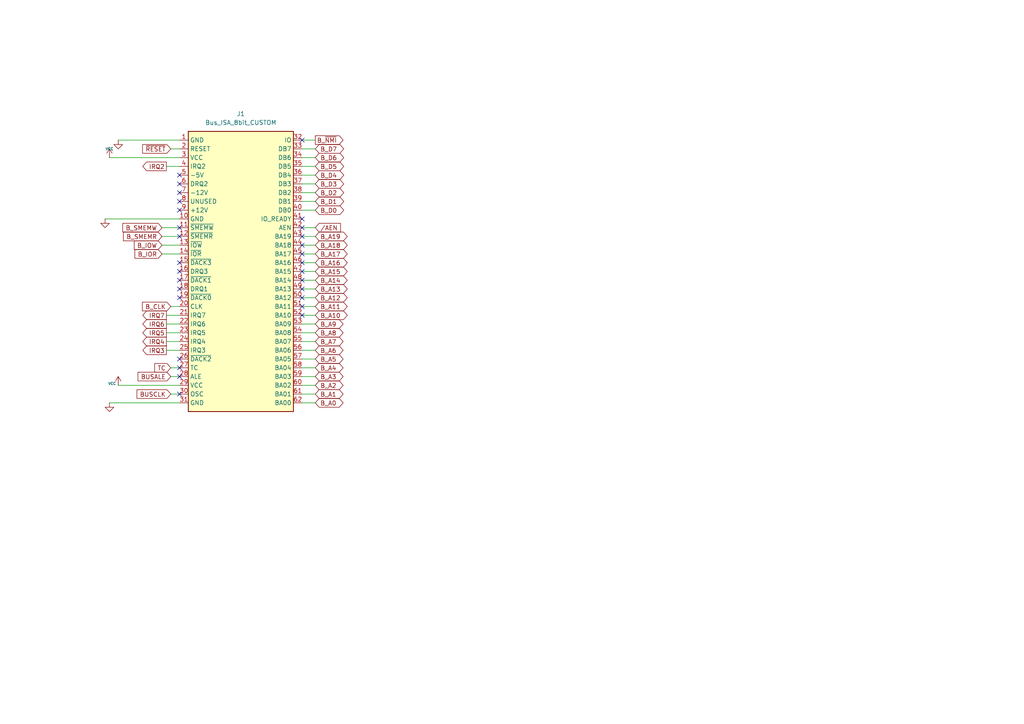
<source format=kicad_sch>
(kicad_sch
	(version 20231120)
	(generator "eeschema")
	(generator_version "8.0")
	(uuid "29e5c348-d3dd-4246-805b-9c1d0e75f17f")
	(paper "A4")
	(title_block
		(title "ISA MULTI IO ")
		(date "2025-05-31")
		(rev "v1")
		(company "DAN WERNER")
	)
	(lib_symbols
		(symbol "Custom:Bus_ISA_8bit_CUSTOM"
			(exclude_from_sim no)
			(in_bom yes)
			(on_board yes)
			(property "Reference" "J"
				(at 0 42.545 0)
				(effects
					(font
						(size 1.27 1.27)
					)
				)
			)
			(property "Value" "Bus_ISA_8bit_CUSTOM"
				(at 0 -42.545 0)
				(effects
					(font
						(size 1.27 1.27)
					)
				)
			)
			(property "Footprint" ""
				(at 0 0 0)
				(effects
					(font
						(size 1.27 1.27)
					)
					(hide yes)
				)
			)
			(property "Datasheet" "https://en.wikipedia.org/wiki/Industry_Standard_Architecture"
				(at 0 0 0)
				(effects
					(font
						(size 1.27 1.27)
					)
					(hide yes)
				)
			)
			(property "Description" "8-bit ISA-PC bus connector"
				(at 0 0 0)
				(effects
					(font
						(size 1.27 1.27)
					)
					(hide yes)
				)
			)
			(property "ki_keywords" "ISA"
				(at 0 0 0)
				(effects
					(font
						(size 1.27 1.27)
					)
					(hide yes)
				)
			)
			(symbol "Bus_ISA_8bit_CUSTOM_0_1"
				(rectangle
					(start -15.24 -40.64)
					(end 15.24 40.64)
					(stroke
						(width 0.254)
						(type default)
					)
					(fill
						(type background)
					)
				)
			)
			(symbol "Bus_ISA_8bit_CUSTOM_1_1"
				(pin power_in line
					(at -17.78 38.1 0)
					(length 2.54)
					(name "GND"
						(effects
							(font
								(size 1.27 1.27)
							)
						)
					)
					(number "1"
						(effects
							(font
								(size 1.27 1.27)
							)
						)
					)
				)
				(pin power_in line
					(at -17.78 15.24 0)
					(length 2.54)
					(name "GND"
						(effects
							(font
								(size 1.27 1.27)
							)
						)
					)
					(number "10"
						(effects
							(font
								(size 1.27 1.27)
							)
						)
					)
				)
				(pin bidirectional line
					(at -17.78 12.7 0)
					(length 2.54)
					(name "~{SMEMW}"
						(effects
							(font
								(size 1.27 1.27)
							)
						)
					)
					(number "11"
						(effects
							(font
								(size 1.27 1.27)
							)
						)
					)
				)
				(pin bidirectional line
					(at -17.78 10.16 0)
					(length 2.54)
					(name "~{SMEMR}"
						(effects
							(font
								(size 1.27 1.27)
							)
						)
					)
					(number "12"
						(effects
							(font
								(size 1.27 1.27)
							)
						)
					)
				)
				(pin bidirectional line
					(at -17.78 7.62 0)
					(length 2.54)
					(name "~{IOW}"
						(effects
							(font
								(size 1.27 1.27)
							)
						)
					)
					(number "13"
						(effects
							(font
								(size 1.27 1.27)
							)
						)
					)
				)
				(pin bidirectional line
					(at -17.78 5.08 0)
					(length 2.54)
					(name "~{IOR}"
						(effects
							(font
								(size 1.27 1.27)
							)
						)
					)
					(number "14"
						(effects
							(font
								(size 1.27 1.27)
							)
						)
					)
				)
				(pin passive line
					(at -17.78 2.54 0)
					(length 2.54)
					(name "~{DACK3}"
						(effects
							(font
								(size 1.27 1.27)
							)
						)
					)
					(number "15"
						(effects
							(font
								(size 1.27 1.27)
							)
						)
					)
				)
				(pin passive line
					(at -17.78 0 0)
					(length 2.54)
					(name "DRQ3"
						(effects
							(font
								(size 1.27 1.27)
							)
						)
					)
					(number "16"
						(effects
							(font
								(size 1.27 1.27)
							)
						)
					)
				)
				(pin passive line
					(at -17.78 -2.54 0)
					(length 2.54)
					(name "~{DACK1}"
						(effects
							(font
								(size 1.27 1.27)
							)
						)
					)
					(number "17"
						(effects
							(font
								(size 1.27 1.27)
							)
						)
					)
				)
				(pin passive line
					(at -17.78 -5.08 0)
					(length 2.54)
					(name "DRQ1"
						(effects
							(font
								(size 1.27 1.27)
							)
						)
					)
					(number "18"
						(effects
							(font
								(size 1.27 1.27)
							)
						)
					)
				)
				(pin passive line
					(at -17.78 -7.62 0)
					(length 2.54)
					(name "~{DACK0}"
						(effects
							(font
								(size 1.27 1.27)
							)
						)
					)
					(number "19"
						(effects
							(font
								(size 1.27 1.27)
							)
						)
					)
				)
				(pin passive line
					(at -17.78 35.56 0)
					(length 2.54)
					(name "RESET"
						(effects
							(font
								(size 1.27 1.27)
							)
						)
					)
					(number "2"
						(effects
							(font
								(size 1.27 1.27)
							)
						)
					)
				)
				(pin bidirectional line
					(at -17.78 -10.16 0)
					(length 2.54)
					(name "CLK"
						(effects
							(font
								(size 1.27 1.27)
							)
						)
					)
					(number "20"
						(effects
							(font
								(size 1.27 1.27)
							)
						)
					)
				)
				(pin passive line
					(at -17.78 -12.7 0)
					(length 2.54)
					(name "IRQ7"
						(effects
							(font
								(size 1.27 1.27)
							)
						)
					)
					(number "21"
						(effects
							(font
								(size 1.27 1.27)
							)
						)
					)
				)
				(pin passive line
					(at -17.78 -15.24 0)
					(length 2.54)
					(name "IRQ6"
						(effects
							(font
								(size 1.27 1.27)
							)
						)
					)
					(number "22"
						(effects
							(font
								(size 1.27 1.27)
							)
						)
					)
				)
				(pin passive line
					(at -17.78 -17.78 0)
					(length 2.54)
					(name "IRQ5"
						(effects
							(font
								(size 1.27 1.27)
							)
						)
					)
					(number "23"
						(effects
							(font
								(size 1.27 1.27)
							)
						)
					)
				)
				(pin passive line
					(at -17.78 -20.32 0)
					(length 2.54)
					(name "IRQ4"
						(effects
							(font
								(size 1.27 1.27)
							)
						)
					)
					(number "24"
						(effects
							(font
								(size 1.27 1.27)
							)
						)
					)
				)
				(pin passive line
					(at -17.78 -22.86 0)
					(length 2.54)
					(name "IRQ3"
						(effects
							(font
								(size 1.27 1.27)
							)
						)
					)
					(number "25"
						(effects
							(font
								(size 1.27 1.27)
							)
						)
					)
				)
				(pin passive line
					(at -17.78 -25.4 0)
					(length 2.54)
					(name "~{DACK2}"
						(effects
							(font
								(size 1.27 1.27)
							)
						)
					)
					(number "26"
						(effects
							(font
								(size 1.27 1.27)
							)
						)
					)
				)
				(pin passive line
					(at -17.78 -27.94 0)
					(length 2.54)
					(name "TC"
						(effects
							(font
								(size 1.27 1.27)
							)
						)
					)
					(number "27"
						(effects
							(font
								(size 1.27 1.27)
							)
						)
					)
				)
				(pin bidirectional line
					(at -17.78 -30.48 0)
					(length 2.54)
					(name "ALE"
						(effects
							(font
								(size 1.27 1.27)
							)
						)
					)
					(number "28"
						(effects
							(font
								(size 1.27 1.27)
							)
						)
					)
				)
				(pin power_in line
					(at -17.78 -33.02 0)
					(length 2.54)
					(name "VCC"
						(effects
							(font
								(size 1.27 1.27)
							)
						)
					)
					(number "29"
						(effects
							(font
								(size 1.27 1.27)
							)
						)
					)
				)
				(pin power_in line
					(at -17.78 33.02 0)
					(length 2.54)
					(name "VCC"
						(effects
							(font
								(size 1.27 1.27)
							)
						)
					)
					(number "3"
						(effects
							(font
								(size 1.27 1.27)
							)
						)
					)
				)
				(pin passive line
					(at -17.78 -35.56 0)
					(length 2.54)
					(name "OSC"
						(effects
							(font
								(size 1.27 1.27)
							)
						)
					)
					(number "30"
						(effects
							(font
								(size 1.27 1.27)
							)
						)
					)
				)
				(pin power_in line
					(at -17.78 -38.1 0)
					(length 2.54)
					(name "GND"
						(effects
							(font
								(size 1.27 1.27)
							)
						)
					)
					(number "31"
						(effects
							(font
								(size 1.27 1.27)
							)
						)
					)
				)
				(pin passive line
					(at 17.78 38.1 180)
					(length 2.54)
					(name "IO"
						(effects
							(font
								(size 1.27 1.27)
							)
						)
					)
					(number "32"
						(effects
							(font
								(size 1.27 1.27)
							)
						)
					)
				)
				(pin tri_state line
					(at 17.78 35.56 180)
					(length 2.54)
					(name "DB7"
						(effects
							(font
								(size 1.27 1.27)
							)
						)
					)
					(number "33"
						(effects
							(font
								(size 1.27 1.27)
							)
						)
					)
				)
				(pin tri_state line
					(at 17.78 33.02 180)
					(length 2.54)
					(name "DB6"
						(effects
							(font
								(size 1.27 1.27)
							)
						)
					)
					(number "34"
						(effects
							(font
								(size 1.27 1.27)
							)
						)
					)
				)
				(pin tri_state line
					(at 17.78 30.48 180)
					(length 2.54)
					(name "DB5"
						(effects
							(font
								(size 1.27 1.27)
							)
						)
					)
					(number "35"
						(effects
							(font
								(size 1.27 1.27)
							)
						)
					)
				)
				(pin tri_state line
					(at 17.78 27.94 180)
					(length 2.54)
					(name "DB4"
						(effects
							(font
								(size 1.27 1.27)
							)
						)
					)
					(number "36"
						(effects
							(font
								(size 1.27 1.27)
							)
						)
					)
				)
				(pin tri_state line
					(at 17.78 25.4 180)
					(length 2.54)
					(name "DB3"
						(effects
							(font
								(size 1.27 1.27)
							)
						)
					)
					(number "37"
						(effects
							(font
								(size 1.27 1.27)
							)
						)
					)
				)
				(pin tri_state line
					(at 17.78 22.86 180)
					(length 2.54)
					(name "DB2"
						(effects
							(font
								(size 1.27 1.27)
							)
						)
					)
					(number "38"
						(effects
							(font
								(size 1.27 1.27)
							)
						)
					)
				)
				(pin tri_state line
					(at 17.78 20.32 180)
					(length 2.54)
					(name "DB1"
						(effects
							(font
								(size 1.27 1.27)
							)
						)
					)
					(number "39"
						(effects
							(font
								(size 1.27 1.27)
							)
						)
					)
				)
				(pin passive line
					(at -17.78 30.48 0)
					(length 2.54)
					(name "IRQ2"
						(effects
							(font
								(size 1.27 1.27)
							)
						)
					)
					(number "4"
						(effects
							(font
								(size 1.27 1.27)
							)
						)
					)
				)
				(pin tri_state line
					(at 17.78 17.78 180)
					(length 2.54)
					(name "DB0"
						(effects
							(font
								(size 1.27 1.27)
							)
						)
					)
					(number "40"
						(effects
							(font
								(size 1.27 1.27)
							)
						)
					)
				)
				(pin passive line
					(at 17.78 15.24 180)
					(length 2.54)
					(name "IO_READY"
						(effects
							(font
								(size 1.27 1.27)
							)
						)
					)
					(number "41"
						(effects
							(font
								(size 1.27 1.27)
							)
						)
					)
				)
				(pin output line
					(at 17.78 12.7 180)
					(length 2.54)
					(name "AEN"
						(effects
							(font
								(size 1.27 1.27)
							)
						)
					)
					(number "42"
						(effects
							(font
								(size 1.27 1.27)
							)
						)
					)
				)
				(pin tri_state line
					(at 17.78 10.16 180)
					(length 2.54)
					(name "BA19"
						(effects
							(font
								(size 1.27 1.27)
							)
						)
					)
					(number "43"
						(effects
							(font
								(size 1.27 1.27)
							)
						)
					)
				)
				(pin tri_state line
					(at 17.78 7.62 180)
					(length 2.54)
					(name "BA18"
						(effects
							(font
								(size 1.27 1.27)
							)
						)
					)
					(number "44"
						(effects
							(font
								(size 1.27 1.27)
							)
						)
					)
				)
				(pin tri_state line
					(at 17.78 5.08 180)
					(length 2.54)
					(name "BA17"
						(effects
							(font
								(size 1.27 1.27)
							)
						)
					)
					(number "45"
						(effects
							(font
								(size 1.27 1.27)
							)
						)
					)
				)
				(pin tri_state line
					(at 17.78 2.54 180)
					(length 2.54)
					(name "BA16"
						(effects
							(font
								(size 1.27 1.27)
							)
						)
					)
					(number "46"
						(effects
							(font
								(size 1.27 1.27)
							)
						)
					)
				)
				(pin tri_state line
					(at 17.78 0 180)
					(length 2.54)
					(name "BA15"
						(effects
							(font
								(size 1.27 1.27)
							)
						)
					)
					(number "47"
						(effects
							(font
								(size 1.27 1.27)
							)
						)
					)
				)
				(pin tri_state line
					(at 17.78 -2.54 180)
					(length 2.54)
					(name "BA14"
						(effects
							(font
								(size 1.27 1.27)
							)
						)
					)
					(number "48"
						(effects
							(font
								(size 1.27 1.27)
							)
						)
					)
				)
				(pin tri_state line
					(at 17.78 -5.08 180)
					(length 2.54)
					(name "BA13"
						(effects
							(font
								(size 1.27 1.27)
							)
						)
					)
					(number "49"
						(effects
							(font
								(size 1.27 1.27)
							)
						)
					)
				)
				(pin power_in line
					(at -17.78 27.94 0)
					(length 2.54)
					(name "-5V"
						(effects
							(font
								(size 1.27 1.27)
							)
						)
					)
					(number "5"
						(effects
							(font
								(size 1.27 1.27)
							)
						)
					)
				)
				(pin tri_state line
					(at 17.78 -7.62 180)
					(length 2.54)
					(name "BA12"
						(effects
							(font
								(size 1.27 1.27)
							)
						)
					)
					(number "50"
						(effects
							(font
								(size 1.27 1.27)
							)
						)
					)
				)
				(pin tri_state line
					(at 17.78 -10.16 180)
					(length 2.54)
					(name "BA11"
						(effects
							(font
								(size 1.27 1.27)
							)
						)
					)
					(number "51"
						(effects
							(font
								(size 1.27 1.27)
							)
						)
					)
				)
				(pin tri_state line
					(at 17.78 -12.7 180)
					(length 2.54)
					(name "BA10"
						(effects
							(font
								(size 1.27 1.27)
							)
						)
					)
					(number "52"
						(effects
							(font
								(size 1.27 1.27)
							)
						)
					)
				)
				(pin tri_state line
					(at 17.78 -15.24 180)
					(length 2.54)
					(name "BA09"
						(effects
							(font
								(size 1.27 1.27)
							)
						)
					)
					(number "53"
						(effects
							(font
								(size 1.27 1.27)
							)
						)
					)
				)
				(pin tri_state line
					(at 17.78 -17.78 180)
					(length 2.54)
					(name "BA08"
						(effects
							(font
								(size 1.27 1.27)
							)
						)
					)
					(number "54"
						(effects
							(font
								(size 1.27 1.27)
							)
						)
					)
				)
				(pin tri_state line
					(at 17.78 -20.32 180)
					(length 2.54)
					(name "BA07"
						(effects
							(font
								(size 1.27 1.27)
							)
						)
					)
					(number "55"
						(effects
							(font
								(size 1.27 1.27)
							)
						)
					)
				)
				(pin tri_state line
					(at 17.78 -22.86 180)
					(length 2.54)
					(name "BA06"
						(effects
							(font
								(size 1.27 1.27)
							)
						)
					)
					(number "56"
						(effects
							(font
								(size 1.27 1.27)
							)
						)
					)
				)
				(pin tri_state line
					(at 17.78 -25.4 180)
					(length 2.54)
					(name "BA05"
						(effects
							(font
								(size 1.27 1.27)
							)
						)
					)
					(number "57"
						(effects
							(font
								(size 1.27 1.27)
							)
						)
					)
				)
				(pin tri_state line
					(at 17.78 -27.94 180)
					(length 2.54)
					(name "BA04"
						(effects
							(font
								(size 1.27 1.27)
							)
						)
					)
					(number "58"
						(effects
							(font
								(size 1.27 1.27)
							)
						)
					)
				)
				(pin tri_state line
					(at 17.78 -30.48 180)
					(length 2.54)
					(name "BA03"
						(effects
							(font
								(size 1.27 1.27)
							)
						)
					)
					(number "59"
						(effects
							(font
								(size 1.27 1.27)
							)
						)
					)
				)
				(pin passive line
					(at -17.78 25.4 0)
					(length 2.54)
					(name "DRQ2"
						(effects
							(font
								(size 1.27 1.27)
							)
						)
					)
					(number "6"
						(effects
							(font
								(size 1.27 1.27)
							)
						)
					)
				)
				(pin tri_state line
					(at 17.78 -33.02 180)
					(length 2.54)
					(name "BA02"
						(effects
							(font
								(size 1.27 1.27)
							)
						)
					)
					(number "60"
						(effects
							(font
								(size 1.27 1.27)
							)
						)
					)
				)
				(pin tri_state line
					(at 17.78 -35.56 180)
					(length 2.54)
					(name "BA01"
						(effects
							(font
								(size 1.27 1.27)
							)
						)
					)
					(number "61"
						(effects
							(font
								(size 1.27 1.27)
							)
						)
					)
				)
				(pin tri_state line
					(at 17.78 -38.1 180)
					(length 2.54)
					(name "BA00"
						(effects
							(font
								(size 1.27 1.27)
							)
						)
					)
					(number "62"
						(effects
							(font
								(size 1.27 1.27)
							)
						)
					)
				)
				(pin power_in line
					(at -17.78 22.86 0)
					(length 2.54)
					(name "-12V"
						(effects
							(font
								(size 1.27 1.27)
							)
						)
					)
					(number "7"
						(effects
							(font
								(size 1.27 1.27)
							)
						)
					)
				)
				(pin passive line
					(at -17.78 20.32 0)
					(length 2.54)
					(name "UNUSED"
						(effects
							(font
								(size 1.27 1.27)
							)
						)
					)
					(number "8"
						(effects
							(font
								(size 1.27 1.27)
							)
						)
					)
				)
				(pin power_in line
					(at -17.78 17.78 0)
					(length 2.54)
					(name "+12V"
						(effects
							(font
								(size 1.27 1.27)
							)
						)
					)
					(number "9"
						(effects
							(font
								(size 1.27 1.27)
							)
						)
					)
				)
			)
		)
		(symbol "power:GND"
			(power)
			(pin_numbers hide)
			(pin_names
				(offset 0) hide)
			(exclude_from_sim no)
			(in_bom yes)
			(on_board yes)
			(property "Reference" "#PWR"
				(at 0 -6.35 0)
				(effects
					(font
						(size 1.27 1.27)
					)
					(hide yes)
				)
			)
			(property "Value" "GND"
				(at 0 -3.81 0)
				(effects
					(font
						(size 1.27 1.27)
					)
				)
			)
			(property "Footprint" ""
				(at 0 0 0)
				(effects
					(font
						(size 1.27 1.27)
					)
					(hide yes)
				)
			)
			(property "Datasheet" ""
				(at 0 0 0)
				(effects
					(font
						(size 1.27 1.27)
					)
					(hide yes)
				)
			)
			(property "Description" "Power symbol creates a global label with name \"GND\" , ground"
				(at 0 0 0)
				(effects
					(font
						(size 1.27 1.27)
					)
					(hide yes)
				)
			)
			(property "ki_keywords" "global power"
				(at 0 0 0)
				(effects
					(font
						(size 1.27 1.27)
					)
					(hide yes)
				)
			)
			(symbol "GND_0_1"
				(polyline
					(pts
						(xy 0 0) (xy 0 -1.27) (xy 1.27 -1.27) (xy 0 -2.54) (xy -1.27 -1.27) (xy 0 -1.27)
					)
					(stroke
						(width 0)
						(type default)
					)
					(fill
						(type none)
					)
				)
			)
			(symbol "GND_1_1"
				(pin power_in line
					(at 0 0 270)
					(length 0)
					(name "~"
						(effects
							(font
								(size 1.27 1.27)
							)
						)
					)
					(number "1"
						(effects
							(font
								(size 1.27 1.27)
							)
						)
					)
				)
			)
		)
		(symbol "power:VCC"
			(power)
			(pin_numbers hide)
			(pin_names
				(offset 0) hide)
			(exclude_from_sim no)
			(in_bom yes)
			(on_board yes)
			(property "Reference" "#PWR"
				(at 0 -3.81 0)
				(effects
					(font
						(size 1.27 1.27)
					)
					(hide yes)
				)
			)
			(property "Value" "VCC"
				(at 0 3.556 0)
				(effects
					(font
						(size 1.27 1.27)
					)
				)
			)
			(property "Footprint" ""
				(at 0 0 0)
				(effects
					(font
						(size 1.27 1.27)
					)
					(hide yes)
				)
			)
			(property "Datasheet" ""
				(at 0 0 0)
				(effects
					(font
						(size 1.27 1.27)
					)
					(hide yes)
				)
			)
			(property "Description" "Power symbol creates a global label with name \"VCC\""
				(at 0 0 0)
				(effects
					(font
						(size 1.27 1.27)
					)
					(hide yes)
				)
			)
			(property "ki_keywords" "global power"
				(at 0 0 0)
				(effects
					(font
						(size 1.27 1.27)
					)
					(hide yes)
				)
			)
			(symbol "VCC_0_1"
				(polyline
					(pts
						(xy -0.762 1.27) (xy 0 2.54)
					)
					(stroke
						(width 0)
						(type default)
					)
					(fill
						(type none)
					)
				)
				(polyline
					(pts
						(xy 0 0) (xy 0 2.54)
					)
					(stroke
						(width 0)
						(type default)
					)
					(fill
						(type none)
					)
				)
				(polyline
					(pts
						(xy 0 2.54) (xy 0.762 1.27)
					)
					(stroke
						(width 0)
						(type default)
					)
					(fill
						(type none)
					)
				)
			)
			(symbol "VCC_1_1"
				(pin power_in line
					(at 0 0 90)
					(length 0)
					(name "~"
						(effects
							(font
								(size 1.27 1.27)
							)
						)
					)
					(number "1"
						(effects
							(font
								(size 1.27 1.27)
							)
						)
					)
				)
			)
		)
	)
	(no_connect
		(at 87.63 68.58)
		(uuid "0005a6c1-af04-4e74-b2e8-f73b73aa3d76")
	)
	(no_connect
		(at 87.63 88.9)
		(uuid "06474831-fa55-4b09-94f5-ca4d2edfe8bb")
	)
	(no_connect
		(at 87.63 76.2)
		(uuid "0e616d7c-7041-4770-a35d-61a46c4b5b81")
	)
	(no_connect
		(at 87.63 83.82)
		(uuid "108378e2-9c19-4409-a082-a388d0e603f6")
	)
	(no_connect
		(at 52.07 106.68)
		(uuid "17a404db-f0d1-48f7-bee2-7a767241441d")
	)
	(no_connect
		(at 52.07 104.14)
		(uuid "197dbe1a-dd2c-4f1f-b0e8-eb0ea8ad1830")
	)
	(no_connect
		(at 52.07 109.22)
		(uuid "1a14b39a-2b96-4c46-8c7a-8c2c5827cb54")
	)
	(no_connect
		(at 52.07 83.82)
		(uuid "1e10ce78-e204-4f0b-9441-39354255f597")
	)
	(no_connect
		(at 52.07 66.04)
		(uuid "1fb08405-cf71-4b7a-8996-cf4b806b6ff6")
	)
	(no_connect
		(at 52.07 55.88)
		(uuid "2cf4396e-bdfd-4d5f-8ecc-edb3d02d7b39")
	)
	(no_connect
		(at 52.07 50.8)
		(uuid "313e33bf-32a6-46be-8edc-2c7e92e08e71")
	)
	(no_connect
		(at 52.07 114.3)
		(uuid "34b256fc-d315-4700-b24a-4b20668d70b1")
	)
	(no_connect
		(at 52.07 76.2)
		(uuid "41450c06-9684-476f-8c0c-b94b88f80ebb")
	)
	(no_connect
		(at 52.07 68.58)
		(uuid "6e9584ac-3658-4a91-a44c-99044dccbacd")
	)
	(no_connect
		(at 52.07 53.34)
		(uuid "78ac7fa3-2e44-420e-ae7b-3dc446c86e02")
	)
	(no_connect
		(at 52.07 81.28)
		(uuid "8d6f813f-d141-48f6-a3e1-37176660186a")
	)
	(no_connect
		(at 52.07 58.42)
		(uuid "90d783ab-a1f3-410e-a11f-ed0b5eee38a4")
	)
	(no_connect
		(at 87.63 78.74)
		(uuid "90ff48c3-e1f8-48cf-adbc-461beb99b390")
	)
	(no_connect
		(at 87.63 81.28)
		(uuid "a32805b6-1d5c-4c12-9def-36b445438b56")
	)
	(no_connect
		(at 87.63 71.12)
		(uuid "a8f2c73b-b970-491f-a300-d5e1decb2d1b")
	)
	(no_connect
		(at 52.07 78.74)
		(uuid "ac5decc1-ed8c-4a7b-b04b-9b916181d84c")
	)
	(no_connect
		(at 87.63 73.66)
		(uuid "b06de412-65e2-430f-9848-12e5138ba99a")
	)
	(no_connect
		(at 87.63 91.44)
		(uuid "b794b282-49d2-402c-81a1-408e15c555dd")
	)
	(no_connect
		(at 87.63 66.04)
		(uuid "baba112f-1750-41d1-9fd6-518ead62a427")
	)
	(no_connect
		(at 87.63 86.36)
		(uuid "c265849a-75c1-403b-ad38-80f8b39f0461")
	)
	(no_connect
		(at 52.07 60.96)
		(uuid "d3ebcee8-b93b-497a-b627-2f4c8cb5a6f3")
	)
	(no_connect
		(at 87.63 63.5)
		(uuid "e2ce8f3a-b74a-4b29-8d97-8bfba89a5f5f")
	)
	(no_connect
		(at 87.63 40.64)
		(uuid "e58f0ac0-0d95-44af-8153-15f3a125b36a")
	)
	(no_connect
		(at 52.07 86.36)
		(uuid "f76c2cb8-c27b-4b7d-9962-7aae6d60556b")
	)
	(wire
		(pts
			(xy 49.53 114.3) (xy 52.07 114.3)
		)
		(stroke
			(width 0)
			(type default)
		)
		(uuid "01e318bd-9372-4f4d-9847-a228d6cdabe4")
	)
	(wire
		(pts
			(xy 87.63 101.6) (xy 91.44 101.6)
		)
		(stroke
			(width 0)
			(type default)
		)
		(uuid "06bcadb1-c590-4281-a1e8-fa51948e66b3")
	)
	(wire
		(pts
			(xy 87.63 93.98) (xy 91.44 93.98)
		)
		(stroke
			(width 0)
			(type default)
		)
		(uuid "0f0e5f5f-c410-4873-9397-6faa14ac5966")
	)
	(wire
		(pts
			(xy 49.53 109.22) (xy 52.07 109.22)
		)
		(stroke
			(width 0)
			(type default)
		)
		(uuid "0f9bc00f-018e-4a68-bacb-37b908e40bc7")
	)
	(wire
		(pts
			(xy 87.63 60.96) (xy 91.44 60.96)
		)
		(stroke
			(width 0)
			(type default)
		)
		(uuid "26dc99c8-6ad7-4a45-ba0d-9911cf76c396")
	)
	(wire
		(pts
			(xy 87.63 109.22) (xy 91.44 109.22)
		)
		(stroke
			(width 0)
			(type default)
		)
		(uuid "2d5f345c-5e97-4ed2-90b0-d06546fb3b6b")
	)
	(wire
		(pts
			(xy 87.63 114.3) (xy 91.44 114.3)
		)
		(stroke
			(width 0)
			(type default)
		)
		(uuid "2d74a25f-b9a2-42ab-b321-52b16946bec6")
	)
	(wire
		(pts
			(xy 87.63 58.42) (xy 91.44 58.42)
		)
		(stroke
			(width 0)
			(type default)
		)
		(uuid "3115e9fa-505f-4cd3-9fb6-cbdd3fe38d8b")
	)
	(wire
		(pts
			(xy 87.63 96.52) (xy 91.44 96.52)
		)
		(stroke
			(width 0)
			(type default)
		)
		(uuid "389e3b36-b4bc-430c-81cb-e2e20155f452")
	)
	(wire
		(pts
			(xy 52.07 93.98) (xy 48.26 93.98)
		)
		(stroke
			(width 0)
			(type default)
		)
		(uuid "3a3e2d89-ad2b-48e5-bb6a-c00bedd644a8")
	)
	(wire
		(pts
			(xy 87.63 78.74) (xy 91.44 78.74)
		)
		(stroke
			(width 0)
			(type default)
		)
		(uuid "3ee6d783-c5a0-49de-91a7-cff02c307d4b")
	)
	(wire
		(pts
			(xy 87.63 53.34) (xy 91.44 53.34)
		)
		(stroke
			(width 0)
			(type default)
		)
		(uuid "47733b53-3333-4fca-a2cb-04048e8363fb")
	)
	(wire
		(pts
			(xy 34.29 111.76) (xy 52.07 111.76)
		)
		(stroke
			(width 0)
			(type default)
		)
		(uuid "47e36d03-ba8a-4571-8a55-c68ae03beb59")
	)
	(wire
		(pts
			(xy 87.63 86.36) (xy 91.44 86.36)
		)
		(stroke
			(width 0)
			(type default)
		)
		(uuid "49ae0109-6bc7-4ca3-94a0-aaa9a5572e2b")
	)
	(wire
		(pts
			(xy 87.63 83.82) (xy 91.44 83.82)
		)
		(stroke
			(width 0)
			(type default)
		)
		(uuid "55fecc97-8620-4813-9d80-0b2888dd7a38")
	)
	(wire
		(pts
			(xy 87.63 48.26) (xy 91.44 48.26)
		)
		(stroke
			(width 0)
			(type default)
		)
		(uuid "5dc9a527-b567-4176-bac8-83fa1dfcae61")
	)
	(wire
		(pts
			(xy 46.99 73.66) (xy 52.07 73.66)
		)
		(stroke
			(width 0)
			(type default)
		)
		(uuid "662ed5a2-5efc-4a69-b76a-b7b8e7464e13")
	)
	(wire
		(pts
			(xy 87.63 106.68) (xy 91.44 106.68)
		)
		(stroke
			(width 0)
			(type default)
		)
		(uuid "724fb359-7a34-4f31-8078-409984cceaa8")
	)
	(wire
		(pts
			(xy 87.63 116.84) (xy 91.44 116.84)
		)
		(stroke
			(width 0)
			(type default)
		)
		(uuid "730c208f-8940-4d63-b0ba-8f71d0893c34")
	)
	(wire
		(pts
			(xy 34.29 40.64) (xy 52.07 40.64)
		)
		(stroke
			(width 0)
			(type default)
		)
		(uuid "73377783-62a2-403c-b4cf-390c7a11c4db")
	)
	(wire
		(pts
			(xy 87.63 111.76) (xy 91.44 111.76)
		)
		(stroke
			(width 0)
			(type default)
		)
		(uuid "7774113a-f203-46f1-b903-1266692d2ee6")
	)
	(wire
		(pts
			(xy 52.07 99.06) (xy 48.26 99.06)
		)
		(stroke
			(width 0)
			(type default)
		)
		(uuid "77d1c34f-ae80-4415-b5ed-167e56637f7c")
	)
	(wire
		(pts
			(xy 87.63 88.9) (xy 91.44 88.9)
		)
		(stroke
			(width 0)
			(type default)
		)
		(uuid "816f2fd7-8c57-415a-bdfd-3a643014efd1")
	)
	(wire
		(pts
			(xy 30.48 63.5) (xy 52.07 63.5)
		)
		(stroke
			(width 0)
			(type default)
		)
		(uuid "8724e558-6319-4e1e-b7b6-1b4b2c580bfb")
	)
	(wire
		(pts
			(xy 87.63 40.64) (xy 91.44 40.64)
		)
		(stroke
			(width 0)
			(type default)
		)
		(uuid "8ab3ff14-0e76-456c-a443-487c80373917")
	)
	(wire
		(pts
			(xy 87.63 43.18) (xy 91.44 43.18)
		)
		(stroke
			(width 0)
			(type default)
		)
		(uuid "8ad9121f-3c0d-42bc-a0ac-f6eda85a7be4")
	)
	(wire
		(pts
			(xy 46.99 68.58) (xy 52.07 68.58)
		)
		(stroke
			(width 0)
			(type default)
		)
		(uuid "8df356dd-1151-41f7-ab00-8a117dfb9937")
	)
	(wire
		(pts
			(xy 87.63 91.44) (xy 91.44 91.44)
		)
		(stroke
			(width 0)
			(type default)
		)
		(uuid "a0019cab-a8f7-4730-b134-097153df0a5f")
	)
	(wire
		(pts
			(xy 49.53 43.18) (xy 52.07 43.18)
		)
		(stroke
			(width 0)
			(type default)
		)
		(uuid "a3afdcca-d111-42d6-bd9d-60e133e3905d")
	)
	(wire
		(pts
			(xy 46.99 71.12) (xy 52.07 71.12)
		)
		(stroke
			(width 0)
			(type default)
		)
		(uuid "aaf23f50-b986-41e0-954a-529a4df7db41")
	)
	(wire
		(pts
			(xy 52.07 96.52) (xy 48.26 96.52)
		)
		(stroke
			(width 0)
			(type default)
		)
		(uuid "ab5f2887-906c-476e-920f-61aa17d90aa0")
	)
	(wire
		(pts
			(xy 87.63 55.88) (xy 91.44 55.88)
		)
		(stroke
			(width 0)
			(type default)
		)
		(uuid "b062afb3-1077-4364-9941-bc55b88cd589")
	)
	(wire
		(pts
			(xy 52.07 91.44) (xy 48.26 91.44)
		)
		(stroke
			(width 0)
			(type default)
		)
		(uuid "b42838fd-5069-46ac-8a9a-e4575b2c023d")
	)
	(wire
		(pts
			(xy 87.63 99.06) (xy 91.44 99.06)
		)
		(stroke
			(width 0)
			(type default)
		)
		(uuid "bb23715a-c71a-4cca-9ae0-c4be5c331526")
	)
	(wire
		(pts
			(xy 31.75 116.84) (xy 52.07 116.84)
		)
		(stroke
			(width 0)
			(type default)
		)
		(uuid "c8e84a48-8938-4eca-89ef-d19ee8d2c349")
	)
	(wire
		(pts
			(xy 87.63 81.28) (xy 91.44 81.28)
		)
		(stroke
			(width 0)
			(type default)
		)
		(uuid "c9aefd04-353a-47cc-af5e-49b0d020ee08")
	)
	(wire
		(pts
			(xy 49.53 88.9) (xy 52.07 88.9)
		)
		(stroke
			(width 0)
			(type default)
		)
		(uuid "d20fb5d1-52a0-48cf-aa08-e63ea01494e7")
	)
	(wire
		(pts
			(xy 49.53 106.68) (xy 52.07 106.68)
		)
		(stroke
			(width 0)
			(type default)
		)
		(uuid "d303deec-3ba9-4de9-8de7-e25c3e3e78b4")
	)
	(wire
		(pts
			(xy 87.63 104.14) (xy 91.44 104.14)
		)
		(stroke
			(width 0)
			(type default)
		)
		(uuid "d9688db9-4098-41a0-86a2-0e410b6fcd4c")
	)
	(wire
		(pts
			(xy 87.63 66.04) (xy 91.44 66.04)
		)
		(stroke
			(width 0)
			(type default)
		)
		(uuid "e22e9c74-59fc-4f41-8149-5dd02c77f2b6")
	)
	(wire
		(pts
			(xy 31.75 45.72) (xy 52.07 45.72)
		)
		(stroke
			(width 0)
			(type default)
		)
		(uuid "e2c861b4-2bff-4992-815c-f04db07fc72f")
	)
	(wire
		(pts
			(xy 52.07 101.6) (xy 48.26 101.6)
		)
		(stroke
			(width 0)
			(type default)
		)
		(uuid "e381b006-14ea-4a9f-8204-1284c2cc173b")
	)
	(wire
		(pts
			(xy 87.63 71.12) (xy 91.44 71.12)
		)
		(stroke
			(width 0)
			(type default)
		)
		(uuid "e69d5a7e-70fa-4781-9a55-578a1bb21c29")
	)
	(wire
		(pts
			(xy 87.63 76.2) (xy 91.44 76.2)
		)
		(stroke
			(width 0)
			(type default)
		)
		(uuid "e7679236-4114-426f-b4a1-d34f275a755a")
	)
	(wire
		(pts
			(xy 87.63 68.58) (xy 91.44 68.58)
		)
		(stroke
			(width 0)
			(type default)
		)
		(uuid "e87591a3-0768-4cc9-9333-fc97d75c6ac9")
	)
	(wire
		(pts
			(xy 87.63 45.72) (xy 91.44 45.72)
		)
		(stroke
			(width 0)
			(type default)
		)
		(uuid "eb817d9d-6d66-416c-b275-8ec96d488d06")
	)
	(wire
		(pts
			(xy 46.99 66.04) (xy 52.07 66.04)
		)
		(stroke
			(width 0)
			(type default)
		)
		(uuid "ec729aca-e741-413c-bae1-4e68a442d2f0")
	)
	(wire
		(pts
			(xy 52.07 48.26) (xy 48.26 48.26)
		)
		(stroke
			(width 0)
			(type default)
		)
		(uuid "efda3a22-1eb3-4d94-a4ea-bc7c9a6f62d9")
	)
	(wire
		(pts
			(xy 87.63 50.8) (xy 91.44 50.8)
		)
		(stroke
			(width 0)
			(type default)
		)
		(uuid "f24cd31a-971e-4532-b498-5bdec4896e6b")
	)
	(wire
		(pts
			(xy 87.63 73.66) (xy 91.44 73.66)
		)
		(stroke
			(width 0)
			(type default)
		)
		(uuid "f5af02e5-f7ee-456c-b2d4-b51c6cd89f18")
	)
	(global_label "B_A16"
		(shape bidirectional)
		(at 91.44 76.2 0)
		(effects
			(font
				(size 1.27 1.27)
			)
			(justify left)
		)
		(uuid "0154029d-7c7c-4fdb-9ee8-6a939b0291df")
		(property "Intersheetrefs" "${INTERSHEET_REFS}"
			(at 91.44 76.2 0)
			(effects
				(font
					(size 1.27 1.27)
				)
				(hide yes)
			)
		)
	)
	(global_label "B_IOR"
		(shape input)
		(at 46.99 73.66 180)
		(fields_autoplaced yes)
		(effects
			(font
				(size 1.27 1.27)
			)
			(justify right)
		)
		(uuid "04cac507-1ea1-4016-bdbc-d2365483b52e")
		(property "Intersheetrefs" "${INTERSHEET_REFS}"
			(at 38.5619 73.66 0)
			(effects
				(font
					(size 1.27 1.27)
				)
				(justify right)
				(hide yes)
			)
		)
	)
	(global_label "TC"
		(shape input)
		(at 49.53 106.68 180)
		(fields_autoplaced yes)
		(effects
			(font
				(size 1.27 1.27)
			)
			(justify right)
		)
		(uuid "099d20d3-dd0d-4262-aac4-4426ca906443")
		(property "Intersheetrefs" "${INTERSHEET_REFS}"
			(at 44.9614 106.68 0)
			(effects
				(font
					(size 1.27 1.27)
				)
				(justify right)
				(hide yes)
			)
		)
	)
	(global_label "B_A7"
		(shape bidirectional)
		(at 91.44 99.06 0)
		(effects
			(font
				(size 1.27 1.27)
			)
			(justify left)
		)
		(uuid "0ad508cf-3c84-4b13-a668-35823143b6de")
		(property "Intersheetrefs" "${INTERSHEET_REFS}"
			(at 91.44 99.06 0)
			(effects
				(font
					(size 1.27 1.27)
				)
				(hide yes)
			)
		)
	)
	(global_label "B_A17"
		(shape tri_state)
		(at 91.44 73.66 0)
		(effects
			(font
				(size 1.27 1.27)
			)
			(justify left)
		)
		(uuid "110148b5-842a-435f-a697-8d780fb3e4ae")
		(property "Intersheetrefs" "${INTERSHEET_REFS}"
			(at 91.44 73.66 0)
			(effects
				(font
					(size 1.27 1.27)
				)
				(hide yes)
			)
		)
	)
	(global_label "B_A18"
		(shape tri_state)
		(at 91.44 71.12 0)
		(effects
			(font
				(size 1.27 1.27)
			)
			(justify left)
		)
		(uuid "1155bc42-e213-4dfb-820f-e65b2f89c3bd")
		(property "Intersheetrefs" "${INTERSHEET_REFS}"
			(at 91.44 71.12 0)
			(effects
				(font
					(size 1.27 1.27)
				)
				(hide yes)
			)
		)
	)
	(global_label "B_A10"
		(shape tri_state)
		(at 91.44 91.44 0)
		(effects
			(font
				(size 1.27 1.27)
			)
			(justify left)
		)
		(uuid "12b75582-4761-4183-ac6b-6f4c0aefdbfa")
		(property "Intersheetrefs" "${INTERSHEET_REFS}"
			(at 91.44 91.44 0)
			(effects
				(font
					(size 1.27 1.27)
				)
				(hide yes)
			)
		)
	)
	(global_label "BUSALE"
		(shape input)
		(at 49.53 109.22 180)
		(fields_autoplaced yes)
		(effects
			(font
				(size 1.27 1.27)
			)
			(justify right)
		)
		(uuid "1bedf6b7-d399-4b29-8120-ff8b9cbaaf47")
		(property "Intersheetrefs" "${INTERSHEET_REFS}"
			(at 40.1233 109.22 0)
			(effects
				(font
					(size 1.27 1.27)
				)
				(justify right)
				(hide yes)
			)
		)
	)
	(global_label "{slash}AEN"
		(shape input)
		(at 91.44 66.04 0)
		(fields_autoplaced yes)
		(effects
			(font
				(size 1.27 1.27)
			)
			(justify left)
		)
		(uuid "1e6f99dd-b63a-4866-91df-5174bd9e4ebf")
		(property "Intersheetrefs" "${INTERSHEET_REFS}"
			(at 99.3238 66.04 0)
			(effects
				(font
					(size 1.27 1.27)
				)
				(justify left)
				(hide yes)
			)
		)
	)
	(global_label "IRQ6"
		(shape output)
		(at 48.26 93.98 180)
		(fields_autoplaced yes)
		(effects
			(font
				(size 1.27 1.27)
			)
			(justify right)
		)
		(uuid "2525834f-afcf-4d0a-b81b-dbc796aae357")
		(property "Intersheetrefs" "${INTERSHEET_REFS}"
			(at 40.86 93.98 0)
			(effects
				(font
					(size 1.27 1.27)
				)
				(justify right)
				(hide yes)
			)
		)
	)
	(global_label "B_D3"
		(shape bidirectional)
		(at 91.44 53.34 0)
		(effects
			(font
				(size 1.27 1.27)
			)
			(justify left)
		)
		(uuid "2fb2dfe9-7708-4ba6-9563-eb4d28c9a541")
		(property "Intersheetrefs" "${INTERSHEET_REFS}"
			(at 91.44 53.34 0)
			(effects
				(font
					(size 1.27 1.27)
				)
				(hide yes)
			)
		)
	)
	(global_label "B_SMEMW"
		(shape input)
		(at 46.99 66.04 180)
		(fields_autoplaced yes)
		(effects
			(font
				(size 1.27 1.27)
			)
			(justify right)
		)
		(uuid "3303f0e0-f06d-4e11-9bc5-6b3b88a94ed7")
		(property "Intersheetrefs" "${INTERSHEET_REFS}"
			(at 35.0545 66.04 0)
			(effects
				(font
					(size 1.27 1.27)
				)
				(justify right)
				(hide yes)
			)
		)
	)
	(global_label "B_A15"
		(shape tri_state)
		(at 91.44 78.74 0)
		(effects
			(font
				(size 1.27 1.27)
			)
			(justify left)
		)
		(uuid "3bc617e5-1e1d-4828-9ee9-72d201bda27a")
		(property "Intersheetrefs" "${INTERSHEET_REFS}"
			(at 91.44 78.74 0)
			(effects
				(font
					(size 1.27 1.27)
				)
				(hide yes)
			)
		)
	)
	(global_label "B_A6"
		(shape bidirectional)
		(at 91.44 101.6 0)
		(effects
			(font
				(size 1.27 1.27)
			)
			(justify left)
		)
		(uuid "4179cc23-c9ed-4257-99d2-b2889a2b7566")
		(property "Intersheetrefs" "${INTERSHEET_REFS}"
			(at 91.44 101.6 0)
			(effects
				(font
					(size 1.27 1.27)
				)
				(hide yes)
			)
		)
	)
	(global_label "B_A14"
		(shape tri_state)
		(at 91.44 81.28 0)
		(effects
			(font
				(size 1.27 1.27)
			)
			(justify left)
		)
		(uuid "49233a40-006a-43a3-8faf-f7bae0b52d4b")
		(property "Intersheetrefs" "${INTERSHEET_REFS}"
			(at 91.44 81.28 0)
			(effects
				(font
					(size 1.27 1.27)
				)
				(hide yes)
			)
		)
	)
	(global_label "IRQ4"
		(shape output)
		(at 48.26 99.06 180)
		(fields_autoplaced yes)
		(effects
			(font
				(size 1.27 1.27)
			)
			(justify right)
		)
		(uuid "4e4a1a0c-a52a-4e34-9e80-03b889cf0351")
		(property "Intersheetrefs" "${INTERSHEET_REFS}"
			(at 40.86 99.06 0)
			(effects
				(font
					(size 1.27 1.27)
				)
				(justify right)
				(hide yes)
			)
		)
	)
	(global_label "B_D4"
		(shape bidirectional)
		(at 91.44 50.8 0)
		(effects
			(font
				(size 1.27 1.27)
			)
			(justify left)
		)
		(uuid "4f10ee59-2c88-49b8-90b2-8425e7477c27")
		(property "Intersheetrefs" "${INTERSHEET_REFS}"
			(at 91.44 50.8 0)
			(effects
				(font
					(size 1.27 1.27)
				)
				(hide yes)
			)
		)
	)
	(global_label "IRQ7"
		(shape output)
		(at 48.26 91.44 180)
		(fields_autoplaced yes)
		(effects
			(font
				(size 1.27 1.27)
			)
			(justify right)
		)
		(uuid "4f1d6499-f807-49eb-b9eb-577554b296e9")
		(property "Intersheetrefs" "${INTERSHEET_REFS}"
			(at 40.86 91.44 0)
			(effects
				(font
					(size 1.27 1.27)
				)
				(justify right)
				(hide yes)
			)
		)
	)
	(global_label "B_A0"
		(shape bidirectional)
		(at 91.44 116.84 0)
		(effects
			(font
				(size 1.27 1.27)
			)
			(justify left)
		)
		(uuid "5709e92f-26b7-458f-9d89-bc22fe0738ea")
		(property "Intersheetrefs" "${INTERSHEET_REFS}"
			(at 91.44 116.84 0)
			(effects
				(font
					(size 1.27 1.27)
				)
				(hide yes)
			)
		)
	)
	(global_label "IRQ3"
		(shape output)
		(at 48.26 101.6 180)
		(fields_autoplaced yes)
		(effects
			(font
				(size 1.27 1.27)
			)
			(justify right)
		)
		(uuid "634b40c4-0211-43df-b923-17a739864fa9")
		(property "Intersheetrefs" "${INTERSHEET_REFS}"
			(at 40.86 101.6 0)
			(effects
				(font
					(size 1.27 1.27)
				)
				(justify right)
				(hide yes)
			)
		)
	)
	(global_label "B_D5"
		(shape bidirectional)
		(at 91.44 48.26 0)
		(effects
			(font
				(size 1.27 1.27)
			)
			(justify left)
		)
		(uuid "6e795bb9-dd64-4d25-8098-ee99a32f64af")
		(property "Intersheetrefs" "${INTERSHEET_REFS}"
			(at 91.44 48.26 0)
			(effects
				(font
					(size 1.27 1.27)
				)
				(hide yes)
			)
		)
	)
	(global_label "B_A4"
		(shape bidirectional)
		(at 91.44 106.68 0)
		(effects
			(font
				(size 1.27 1.27)
			)
			(justify left)
		)
		(uuid "72d34a73-be05-455d-be0d-ab57f8779105")
		(property "Intersheetrefs" "${INTERSHEET_REFS}"
			(at 91.44 106.68 0)
			(effects
				(font
					(size 1.27 1.27)
				)
				(hide yes)
			)
		)
	)
	(global_label "B_A9"
		(shape tri_state)
		(at 91.44 93.98 0)
		(effects
			(font
				(size 1.27 1.27)
			)
			(justify left)
		)
		(uuid "7abd7dbe-f2eb-47db-b8db-7cadbe41f0fe")
		(property "Intersheetrefs" "${INTERSHEET_REFS}"
			(at 91.44 93.98 0)
			(effects
				(font
					(size 1.27 1.27)
				)
				(hide yes)
			)
		)
	)
	(global_label "IRQ5"
		(shape output)
		(at 48.26 96.52 180)
		(fields_autoplaced yes)
		(effects
			(font
				(size 1.27 1.27)
			)
			(justify right)
		)
		(uuid "7c7eef07-225c-42c8-9e8c-060682d729f6")
		(property "Intersheetrefs" "${INTERSHEET_REFS}"
			(at 40.86 96.52 0)
			(effects
				(font
					(size 1.27 1.27)
				)
				(justify right)
				(hide yes)
			)
		)
	)
	(global_label "B_A2"
		(shape bidirectional)
		(at 91.44 111.76 0)
		(effects
			(font
				(size 1.27 1.27)
			)
			(justify left)
		)
		(uuid "8a7ddd78-99a0-4030-85a4-133ea048db43")
		(property "Intersheetrefs" "${INTERSHEET_REFS}"
			(at 91.44 111.76 0)
			(effects
				(font
					(size 1.27 1.27)
				)
				(hide yes)
			)
		)
	)
	(global_label "IRQ2"
		(shape output)
		(at 48.26 48.26 180)
		(fields_autoplaced yes)
		(effects
			(font
				(size 1.27 1.27)
			)
			(justify right)
		)
		(uuid "8c6cdfad-a820-47c6-902d-45609f2cdccb")
		(property "Intersheetrefs" "${INTERSHEET_REFS}"
			(at 40.86 48.26 0)
			(effects
				(font
					(size 1.27 1.27)
				)
				(justify right)
				(hide yes)
			)
		)
	)
	(global_label "B_A13"
		(shape tri_state)
		(at 91.44 83.82 0)
		(effects
			(font
				(size 1.27 1.27)
			)
			(justify left)
		)
		(uuid "9a004bdb-f566-4055-9e2f-fcc066b99582")
		(property "Intersheetrefs" "${INTERSHEET_REFS}"
			(at 91.44 83.82 0)
			(effects
				(font
					(size 1.27 1.27)
				)
				(hide yes)
			)
		)
	)
	(global_label "B_D7"
		(shape bidirectional)
		(at 91.44 43.18 0)
		(effects
			(font
				(size 1.27 1.27)
			)
			(justify left)
		)
		(uuid "a027c56a-ace7-4d18-bcd3-b02ed68efc81")
		(property "Intersheetrefs" "${INTERSHEET_REFS}"
			(at 91.44 43.18 0)
			(effects
				(font
					(size 1.27 1.27)
				)
				(hide yes)
			)
		)
	)
	(global_label "B_A11"
		(shape tri_state)
		(at 91.44 88.9 0)
		(effects
			(font
				(size 1.27 1.27)
			)
			(justify left)
		)
		(uuid "a15552a0-b047-4e8f-994f-be120cfec297")
		(property "Intersheetrefs" "${INTERSHEET_REFS}"
			(at 91.44 88.9 0)
			(effects
				(font
					(size 1.27 1.27)
				)
				(hide yes)
			)
		)
	)
	(global_label "B_IOW"
		(shape input)
		(at 46.99 71.12 180)
		(fields_autoplaced yes)
		(effects
			(font
				(size 1.27 1.27)
			)
			(justify right)
		)
		(uuid "aa1edcd4-ff63-41d9-b133-9aa6e417f948")
		(property "Intersheetrefs" "${INTERSHEET_REFS}"
			(at 38.3805 71.12 0)
			(effects
				(font
					(size 1.27 1.27)
				)
				(justify right)
				(hide yes)
			)
		)
	)
	(global_label "B_D0"
		(shape bidirectional)
		(at 91.44 60.96 0)
		(effects
			(font
				(size 1.27 1.27)
			)
			(justify left)
		)
		(uuid "aabb0108-7c50-4517-84e2-ea83f4e9cdbd")
		(property "Intersheetrefs" "${INTERSHEET_REFS}"
			(at 91.44 60.96 0)
			(effects
				(font
					(size 1.27 1.27)
				)
				(hide yes)
			)
		)
	)
	(global_label "B_D2"
		(shape bidirectional)
		(at 91.44 55.88 0)
		(effects
			(font
				(size 1.27 1.27)
			)
			(justify left)
		)
		(uuid "afd875da-cc99-4b1c-b3f2-a0435ac65407")
		(property "Intersheetrefs" "${INTERSHEET_REFS}"
			(at 91.44 55.88 0)
			(effects
				(font
					(size 1.27 1.27)
				)
				(hide yes)
			)
		)
	)
	(global_label "B_SMEMR"
		(shape input)
		(at 46.99 68.58 180)
		(fields_autoplaced yes)
		(effects
			(font
				(size 1.27 1.27)
			)
			(justify right)
		)
		(uuid "b0092dad-edac-493a-888f-40ac37e927f4")
		(property "Intersheetrefs" "${INTERSHEET_REFS}"
			(at 35.2359 68.58 0)
			(effects
				(font
					(size 1.27 1.27)
				)
				(justify right)
				(hide yes)
			)
		)
	)
	(global_label "B_D6"
		(shape bidirectional)
		(at 91.44 45.72 0)
		(effects
			(font
				(size 1.27 1.27)
			)
			(justify left)
		)
		(uuid "b2131ccd-0f44-4c5d-b843-e2fa0cc74e59")
		(property "Intersheetrefs" "${INTERSHEET_REFS}"
			(at 91.44 45.72 0)
			(effects
				(font
					(size 1.27 1.27)
				)
				(hide yes)
			)
		)
	)
	(global_label "B_CLK"
		(shape input)
		(at 49.53 88.9 180)
		(effects
			(font
				(size 1.27 1.27)
			)
			(justify right)
		)
		(uuid "b6fb8463-86bb-47fa-984f-46affdf3e988")
		(property "Intersheetrefs" "${INTERSHEET_REFS}"
			(at 49.53 88.9 0)
			(effects
				(font
					(size 1.27 1.27)
				)
				(hide yes)
			)
		)
	)
	(global_label "B_A8"
		(shape bidirectional)
		(at 91.44 96.52 0)
		(effects
			(font
				(size 1.27 1.27)
			)
			(justify left)
		)
		(uuid "baeac548-42de-4563-9429-34db1bca6903")
		(property "Intersheetrefs" "${INTERSHEET_REFS}"
			(at 91.44 96.52 0)
			(effects
				(font
					(size 1.27 1.27)
				)
				(hide yes)
			)
		)
	)
	(global_label "BUSCLK"
		(shape input)
		(at 49.53 114.3 180)
		(fields_autoplaced yes)
		(effects
			(font
				(size 1.27 1.27)
			)
			(justify right)
		)
		(uuid "bc3b7830-9897-469d-a9d9-bdee63ba014d")
		(property "Intersheetrefs" "${INTERSHEET_REFS}"
			(at 39.8209 114.3 0)
			(effects
				(font
					(size 1.27 1.27)
				)
				(justify right)
				(hide yes)
			)
		)
	)
	(global_label "B_A5"
		(shape bidirectional)
		(at 91.44 104.14 0)
		(effects
			(font
				(size 1.27 1.27)
			)
			(justify left)
		)
		(uuid "c9b8e909-12ed-4369-8737-b0f9d35a7ef6")
		(property "Intersheetrefs" "${INTERSHEET_REFS}"
			(at 91.44 104.14 0)
			(effects
				(font
					(size 1.27 1.27)
				)
				(hide yes)
			)
		)
	)
	(global_label "B_A12"
		(shape tri_state)
		(at 91.44 86.36 0)
		(effects
			(font
				(size 1.27 1.27)
			)
			(justify left)
		)
		(uuid "cb04a06e-4997-40cc-a540-0b818f3550a6")
		(property "Intersheetrefs" "${INTERSHEET_REFS}"
			(at 91.44 86.36 0)
			(effects
				(font
					(size 1.27 1.27)
				)
				(hide yes)
			)
		)
	)
	(global_label "B_A19"
		(shape tri_state)
		(at 91.44 68.58 0)
		(effects
			(font
				(size 1.27 1.27)
			)
			(justify left)
		)
		(uuid "db4b5374-707e-4e94-b299-5b92a7c72e48")
		(property "Intersheetrefs" "${INTERSHEET_REFS}"
			(at 91.44 68.58 0)
			(effects
				(font
					(size 1.27 1.27)
				)
				(hide yes)
			)
		)
	)
	(global_label "B_D1"
		(shape bidirectional)
		(at 91.44 58.42 0)
		(effects
			(font
				(size 1.27 1.27)
			)
			(justify left)
		)
		(uuid "e2264e66-f102-48d9-8246-e8d42a22c7f0")
		(property "Intersheetrefs" "${INTERSHEET_REFS}"
			(at 91.44 58.42 0)
			(effects
				(font
					(size 1.27 1.27)
				)
				(hide yes)
			)
		)
	)
	(global_label "B_~{NMI}"
		(shape output)
		(at 91.44 40.64 0)
		(effects
			(font
				(size 1.27 1.27)
			)
			(justify left)
		)
		(uuid "f1ccd0b4-8a4d-4967-baee-6dc35407cf4f")
		(property "Intersheetrefs" "${INTERSHEET_REFS}"
			(at 91.44 40.64 0)
			(effects
				(font
					(size 1.27 1.27)
				)
				(hide yes)
			)
		)
	)
	(global_label "~{RESET}"
		(shape input)
		(at 49.53 43.18 180)
		(effects
			(font
				(size 1.27 1.27)
			)
			(justify right)
		)
		(uuid "f29b5045-8bc9-4d49-8fb3-f3e844917e9c")
		(property "Intersheetrefs" "${INTERSHEET_REFS}"
			(at 49.53 43.18 0)
			(effects
				(font
					(size 1.27 1.27)
				)
				(hide yes)
			)
		)
	)
	(global_label "B_A1"
		(shape bidirectional)
		(at 91.44 114.3 0)
		(effects
			(font
				(size 1.27 1.27)
			)
			(justify left)
		)
		(uuid "f45fda15-9561-45e5-9e14-e46e8562a948")
		(property "Intersheetrefs" "${INTERSHEET_REFS}"
			(at 91.44 114.3 0)
			(effects
				(font
					(size 1.27 1.27)
				)
				(hide yes)
			)
		)
	)
	(global_label "B_A3"
		(shape bidirectional)
		(at 91.44 109.22 0)
		(effects
			(font
				(size 1.27 1.27)
			)
			(justify left)
		)
		(uuid "ff002a6a-c617-4c7f-bc78-d24fd6298dac")
		(property "Intersheetrefs" "${INTERSHEET_REFS}"
			(at 91.44 109.22 0)
			(effects
				(font
					(size 1.27 1.27)
				)
				(hide yes)
			)
		)
	)
	(symbol
		(lib_id "power:VCC")
		(at 31.75 45.72 0)
		(unit 1)
		(exclude_from_sim no)
		(in_bom yes)
		(on_board yes)
		(dnp no)
		(uuid "496e9ee6-e999-4770-922b-c040a5ed808c")
		(property "Reference" "#PWR09"
			(at 31.75 43.18 0)
			(effects
				(font
					(size 0.762 0.762)
				)
				(hide yes)
			)
		)
		(property "Value" "VCC"
			(at 31.75 43.18 0)
			(effects
				(font
					(size 0.762 0.762)
				)
			)
		)
		(property "Footprint" ""
			(at 31.75 45.72 0)
			(effects
				(font
					(size 1.27 1.27)
				)
				(hide yes)
			)
		)
		(property "Datasheet" ""
			(at 31.75 45.72 0)
			(effects
				(font
					(size 1.27 1.27)
				)
				(hide yes)
			)
		)
		(property "Description" "Power symbol creates a global label with name \"VCC\""
			(at 31.75 45.72 0)
			(effects
				(font
					(size 1.27 1.27)
				)
				(hide yes)
			)
		)
		(pin "1"
			(uuid "544002db-6926-4a95-9fca-335478e1d0c2")
		)
		(instances
			(project "MULTIIO"
				(path "/8d0f25e7-72aa-42f1-b96d-60e778d112e0/2e54f558-6be6-45f0-89e1-ea204c8ee7c2"
					(reference "#PWR09")
					(unit 1)
				)
			)
		)
	)
	(symbol
		(lib_id "power:GND")
		(at 31.75 116.84 0)
		(unit 1)
		(exclude_from_sim no)
		(in_bom yes)
		(on_board yes)
		(dnp no)
		(uuid "53765770-3ecc-4073-b2e2-f5f9a82dc790")
		(property "Reference" "#PWR010"
			(at 31.75 116.84 0)
			(effects
				(font
					(size 0.762 0.762)
				)
				(hide yes)
			)
		)
		(property "Value" "GND"
			(at 31.75 118.618 0)
			(effects
				(font
					(size 0.762 0.762)
				)
				(hide yes)
			)
		)
		(property "Footprint" ""
			(at 31.75 116.84 0)
			(effects
				(font
					(size 1.27 1.27)
				)
				(hide yes)
			)
		)
		(property "Datasheet" ""
			(at 31.75 116.84 0)
			(effects
				(font
					(size 1.27 1.27)
				)
				(hide yes)
			)
		)
		(property "Description" "Power symbol creates a global label with name \"GND\" , ground"
			(at 31.75 116.84 0)
			(effects
				(font
					(size 1.27 1.27)
				)
				(hide yes)
			)
		)
		(pin "1"
			(uuid "3fc4ab42-84e4-4302-80ae-19ecc72c8773")
		)
		(instances
			(project "MULTIIO"
				(path "/8d0f25e7-72aa-42f1-b96d-60e778d112e0/2e54f558-6be6-45f0-89e1-ea204c8ee7c2"
					(reference "#PWR010")
					(unit 1)
				)
			)
		)
	)
	(symbol
		(lib_id "Custom:Bus_ISA_8bit_CUSTOM")
		(at 69.85 78.74 0)
		(unit 1)
		(exclude_from_sim no)
		(in_bom yes)
		(on_board yes)
		(dnp no)
		(fields_autoplaced yes)
		(uuid "8dd8ac6c-8e2b-4230-b9a9-6260d1f93645")
		(property "Reference" "J1"
			(at 69.85 33.02 0)
			(effects
				(font
					(size 1.27 1.27)
				)
			)
		)
		(property "Value" "Bus_ISA_8bit_CUSTOM"
			(at 69.85 35.56 0)
			(effects
				(font
					(size 1.27 1.27)
				)
			)
		)
		(property "Footprint" "Custom:BUSEDGE_XT"
			(at 69.85 78.74 0)
			(effects
				(font
					(size 1.27 1.27)
				)
				(hide yes)
			)
		)
		(property "Datasheet" "https://en.wikipedia.org/wiki/Industry_Standard_Architecture"
			(at 69.85 78.74 0)
			(effects
				(font
					(size 1.27 1.27)
				)
				(hide yes)
			)
		)
		(property "Description" "8-bit ISA-PC bus connector"
			(at 69.85 78.74 0)
			(effects
				(font
					(size 1.27 1.27)
				)
				(hide yes)
			)
		)
		(pin "14"
			(uuid "a6a5d89d-b548-469b-b692-5dba3afc547d")
		)
		(pin "18"
			(uuid "2ffb8c4c-2fbf-477b-9e83-5fd61b3d5dee")
		)
		(pin "21"
			(uuid "ee26451b-a52d-4e4e-9df1-8f4234f11de3")
		)
		(pin "29"
			(uuid "f9c95899-5d12-43e2-acf5-21aba22e8d7f")
		)
		(pin "30"
			(uuid "14658c93-f00c-46af-a77a-235817679fec")
		)
		(pin "13"
			(uuid "c98da134-0157-4964-9f21-2288a3c63328")
		)
		(pin "36"
			(uuid "22e7416f-bcb6-4d5d-b525-beee53e507ec")
		)
		(pin "40"
			(uuid "9c83c2c6-97de-40ea-bec8-97353a28040b")
		)
		(pin "31"
			(uuid "1ed49c82-0e05-4981-a32e-c2b5eec1fed1")
		)
		(pin "43"
			(uuid "0d7ca4e6-cbd3-418e-9a73-0c9ef5eca2af")
		)
		(pin "45"
			(uuid "f4ad92df-40be-4f7e-884c-eb7c6aa7c9ee")
		)
		(pin "49"
			(uuid "db5afa52-3f61-4e93-87a3-11e65528aac1")
		)
		(pin "24"
			(uuid "189a7f86-20bb-41c8-b44c-0bc289c925fd")
		)
		(pin "37"
			(uuid "bdd632f7-54b8-4c2f-a96d-6ed4ffdda014")
		)
		(pin "46"
			(uuid "b3933111-c803-4137-a808-14b4077182b3")
		)
		(pin "16"
			(uuid "a807c96e-434c-4898-9f1e-3483c0c2634f")
		)
		(pin "1"
			(uuid "c88fa931-1789-49c8-b42a-132fbb62c6bd")
		)
		(pin "22"
			(uuid "6080c50d-3e75-4928-a66c-5bb3239f93ef")
		)
		(pin "25"
			(uuid "f05e2924-816c-4283-9776-bcc719410d1b")
		)
		(pin "32"
			(uuid "c8f0e187-df92-4ab6-83bb-c5054061db4a")
		)
		(pin "41"
			(uuid "2829b912-b42d-43ab-b0a8-070702cfa38f")
		)
		(pin "42"
			(uuid "af12cd4e-73b6-42bb-987d-f01df52585aa")
		)
		(pin "26"
			(uuid "d5d1cf4a-2f35-48ec-a51e-d98decdd632d")
		)
		(pin "20"
			(uuid "f2503def-aabd-4232-83c9-bb56240fb883")
		)
		(pin "15"
			(uuid "5c86eb59-bf33-4e6f-95d1-4df1cf5a8745")
		)
		(pin "3"
			(uuid "e492710b-5ca5-48e5-91b4-a495c9bd04c7")
		)
		(pin "38"
			(uuid "7506239e-5cfb-4c0b-a434-b9d592a24346")
		)
		(pin "47"
			(uuid "ea943bd6-f50a-46d1-8595-f2873df2166e")
		)
		(pin "2"
			(uuid "b971abcc-73ce-4014-8137-23db1de7fd3e")
		)
		(pin "35"
			(uuid "f530a4e1-d80a-40fd-92ac-b7fe8ab9694d")
		)
		(pin "39"
			(uuid "21580b35-71c8-4a21-9013-f05900bff708")
		)
		(pin "11"
			(uuid "0a0aba5d-fc67-4e47-a843-090cdf6fcc2e")
		)
		(pin "28"
			(uuid "23f5a609-68ed-4862-a2e3-fdffff0a52a7")
		)
		(pin "34"
			(uuid "adaeb3a5-a473-43fd-82b2-c2e5b5863161")
		)
		(pin "4"
			(uuid "8d6c8fb7-ad0e-44ae-a547-9a741e897f0c")
		)
		(pin "19"
			(uuid "96e2b771-c778-47f2-9a49-2a398d90da9f")
		)
		(pin "33"
			(uuid "f258c6a6-2eb2-401a-964c-c9d7bfb791c6")
		)
		(pin "44"
			(uuid "ce3837d2-c887-41ca-b4c6-b3090f677b35")
		)
		(pin "23"
			(uuid "0cf54cca-8e51-4591-81dc-d4aaba140de5")
		)
		(pin "27"
			(uuid "38a43610-51fa-4725-b759-5901a29113a0")
		)
		(pin "17"
			(uuid "5feb4c03-04d9-4b2b-8de6-5f382670bd84")
		)
		(pin "10"
			(uuid "40133275-cc68-46bc-b076-a2350d6c3917")
		)
		(pin "12"
			(uuid "9079ff4f-f12b-437c-a042-c716a0e66275")
		)
		(pin "59"
			(uuid "6163b485-ba79-4b15-b96e-d51ed3e37220")
		)
		(pin "48"
			(uuid "f918f0d2-70a9-4039-84d6-461a4607512f")
		)
		(pin "51"
			(uuid "55f8ff23-f318-4e09-81b8-6ec0aa28cea8")
		)
		(pin "8"
			(uuid "f67124e4-51df-49e2-986d-00c3993e815a")
		)
		(pin "57"
			(uuid "d9f8866e-32d0-4dbe-834a-c99a92789e14")
		)
		(pin "50"
			(uuid "bb00bbff-bc47-476d-854e-24d4b69df074")
		)
		(pin "54"
			(uuid "67bcc7b7-df3d-44b3-8943-51697ff97baa")
		)
		(pin "53"
			(uuid "0a7957fd-6f85-4bdb-8cf4-cdb274cf5a43")
		)
		(pin "7"
			(uuid "11550d11-4d22-447e-baac-ceb36f9230fb")
		)
		(pin "6"
			(uuid "e61cba6b-fe17-4c70-b1fb-41272764a22d")
		)
		(pin "58"
			(uuid "f86d3cf0-2f7c-4f84-989f-ffe18303fea0")
		)
		(pin "9"
			(uuid "c0e1756a-abf2-4312-b0f7-61e6e3a28ea2")
		)
		(pin "52"
			(uuid "764b6663-9e12-4a32-8e0d-17deeeaca8d2")
		)
		(pin "5"
			(uuid "497e2df0-85aa-46f1-af30-c96d03e22314")
		)
		(pin "56"
			(uuid "f1fd0d17-5254-4ecc-9452-0b76b87d46c2")
		)
		(pin "61"
			(uuid "726a52a6-9b63-4efb-822b-6b1f1ee5b949")
		)
		(pin "62"
			(uuid "9e2b9baf-c1f3-4c00-89c3-6f5105ebf1fa")
		)
		(pin "60"
			(uuid "e7c69b8e-778c-47d5-8a7d-c8c6fbb8f329")
		)
		(pin "55"
			(uuid "ffddf49e-87af-4b19-a729-eb04aec658b5")
		)
		(instances
			(project ""
				(path "/8d0f25e7-72aa-42f1-b96d-60e778d112e0/2e54f558-6be6-45f0-89e1-ea204c8ee7c2"
					(reference "J1")
					(unit 1)
				)
			)
		)
	)
	(symbol
		(lib_id "power:GND")
		(at 34.29 40.64 0)
		(unit 1)
		(exclude_from_sim no)
		(in_bom yes)
		(on_board yes)
		(dnp no)
		(uuid "90e8d27b-dee4-43d1-ae27-8dfe5a34b1bb")
		(property "Reference" "#PWR011"
			(at 34.29 40.64 0)
			(effects
				(font
					(size 0.762 0.762)
				)
				(hide yes)
			)
		)
		(property "Value" "GND"
			(at 34.29 42.418 0)
			(effects
				(font
					(size 0.762 0.762)
				)
				(hide yes)
			)
		)
		(property "Footprint" ""
			(at 34.29 40.64 0)
			(effects
				(font
					(size 1.27 1.27)
				)
				(hide yes)
			)
		)
		(property "Datasheet" ""
			(at 34.29 40.64 0)
			(effects
				(font
					(size 1.27 1.27)
				)
				(hide yes)
			)
		)
		(property "Description" "Power symbol creates a global label with name \"GND\" , ground"
			(at 34.29 40.64 0)
			(effects
				(font
					(size 1.27 1.27)
				)
				(hide yes)
			)
		)
		(pin "1"
			(uuid "702da50b-5b9c-4afa-9202-4701c9541989")
		)
		(instances
			(project "MULTIIO"
				(path "/8d0f25e7-72aa-42f1-b96d-60e778d112e0/2e54f558-6be6-45f0-89e1-ea204c8ee7c2"
					(reference "#PWR011")
					(unit 1)
				)
			)
		)
	)
	(symbol
		(lib_id "power:GND")
		(at 30.48 63.5 0)
		(unit 1)
		(exclude_from_sim no)
		(in_bom yes)
		(on_board yes)
		(dnp no)
		(uuid "ca5511b1-5393-4e1d-8575-3b200b381cb8")
		(property "Reference" "#PWR08"
			(at 30.48 63.5 0)
			(effects
				(font
					(size 0.762 0.762)
				)
				(hide yes)
			)
		)
		(property "Value" "GND"
			(at 30.48 65.278 0)
			(effects
				(font
					(size 0.762 0.762)
				)
				(hide yes)
			)
		)
		(property "Footprint" ""
			(at 30.48 63.5 0)
			(effects
				(font
					(size 1.27 1.27)
				)
				(hide yes)
			)
		)
		(property "Datasheet" ""
			(at 30.48 63.5 0)
			(effects
				(font
					(size 1.27 1.27)
				)
				(hide yes)
			)
		)
		(property "Description" "Power symbol creates a global label with name \"GND\" , ground"
			(at 30.48 63.5 0)
			(effects
				(font
					(size 1.27 1.27)
				)
				(hide yes)
			)
		)
		(pin "1"
			(uuid "cd9c90b7-2746-4abd-a1fb-923b13288053")
		)
		(instances
			(project "MULTIIO"
				(path "/8d0f25e7-72aa-42f1-b96d-60e778d112e0/2e54f558-6be6-45f0-89e1-ea204c8ee7c2"
					(reference "#PWR08")
					(unit 1)
				)
			)
		)
	)
	(symbol
		(lib_id "power:VCC")
		(at 34.29 111.76 0)
		(unit 1)
		(exclude_from_sim no)
		(in_bom yes)
		(on_board yes)
		(dnp no)
		(uuid "cb06a541-93fd-45a7-a2a2-1e024a71fa62")
		(property "Reference" "#PWR012"
			(at 34.29 109.22 0)
			(effects
				(font
					(size 0.762 0.762)
				)
				(hide yes)
			)
		)
		(property "Value" "VCC"
			(at 32.512 111.252 0)
			(effects
				(font
					(size 0.762 0.762)
				)
			)
		)
		(property "Footprint" ""
			(at 34.29 111.76 0)
			(effects
				(font
					(size 1.27 1.27)
				)
				(hide yes)
			)
		)
		(property "Datasheet" ""
			(at 34.29 111.76 0)
			(effects
				(font
					(size 1.27 1.27)
				)
				(hide yes)
			)
		)
		(property "Description" "Power symbol creates a global label with name \"VCC\""
			(at 34.29 111.76 0)
			(effects
				(font
					(size 1.27 1.27)
				)
				(hide yes)
			)
		)
		(pin "1"
			(uuid "41dee439-a20f-4348-80ac-8c33f05abb58")
		)
		(instances
			(project "MULTIIO"
				(path "/8d0f25e7-72aa-42f1-b96d-60e778d112e0/2e54f558-6be6-45f0-89e1-ea204c8ee7c2"
					(reference "#PWR012")
					(unit 1)
				)
			)
		)
	)
)

</source>
